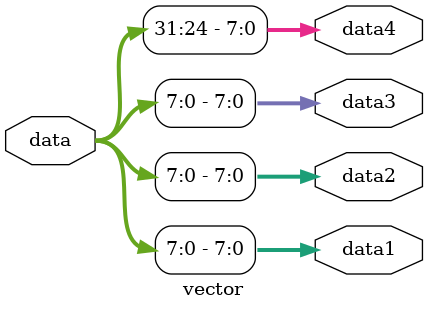
<source format=sv>
module vector #
(
    parameter   DATA_IN_WIDTH     =     32,
    localparam  DATA_OUT_WIDTH    =     DATA_IN_WIDTH >> 2  
)
(
    input   [DATA_IN_WIDTH-1:0]     data,
    output  [DATA_OUT_WIDTH-1:0]    data1,
    output  [DATA_OUT_WIDTH-1:0]    data2,
    output  [DATA_OUT_WIDTH-1:0]    data3,
    output  [DATA_OUT_WIDTH-1:0]    data4
);

    /* 访问部分位 */
    // 1.直接访问 
    assign data1 = data[DATA_OUT_WIDTH-1:0];
    /*
       2.使用 bit 和 width 访问
       [bit+: width] : 从起始 bit 位开始递增，位宽为 width 
       [bit-: width] : 从起始 bit 位开始递减，位宽为 width
    */
    // data2 & data3 结果相同
    assign data2 = data[DATA_OUT_WIDTH-1-:DATA_OUT_WIDTH];
    assign data3 = data[0+:DATA_OUT_WIDTH];
    assign data4 = data[DATA_IN_WIDTH-1-:DATA_OUT_WIDTH];
endmodule
</source>
